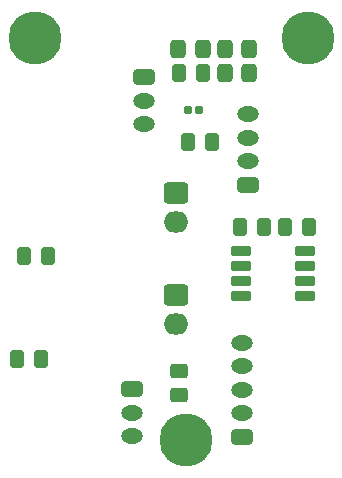
<source format=gbr>
%TF.GenerationSoftware,KiCad,Pcbnew,(6.0.10)*%
%TF.CreationDate,2023-09-05T22:22:05+02:00*%
%TF.ProjectId,incubator_breakout,696e6375-6261-4746-9f72-5f627265616b,rev?*%
%TF.SameCoordinates,Original*%
%TF.FileFunction,Soldermask,Top*%
%TF.FilePolarity,Negative*%
%FSLAX46Y46*%
G04 Gerber Fmt 4.6, Leading zero omitted, Abs format (unit mm)*
G04 Created by KiCad (PCBNEW (6.0.10)) date 2023-09-05 22:22:05*
%MOMM*%
%LPD*%
G01*
G04 APERTURE LIST*
G04 Aperture macros list*
%AMRoundRect*
0 Rectangle with rounded corners*
0 $1 Rounding radius*
0 $2 $3 $4 $5 $6 $7 $8 $9 X,Y pos of 4 corners*
0 Add a 4 corners polygon primitive as box body*
4,1,4,$2,$3,$4,$5,$6,$7,$8,$9,$2,$3,0*
0 Add four circle primitives for the rounded corners*
1,1,$1+$1,$2,$3*
1,1,$1+$1,$4,$5*
1,1,$1+$1,$6,$7*
1,1,$1+$1,$8,$9*
0 Add four rect primitives between the rounded corners*
20,1,$1+$1,$2,$3,$4,$5,0*
20,1,$1+$1,$4,$5,$6,$7,0*
20,1,$1+$1,$6,$7,$8,$9,0*
20,1,$1+$1,$8,$9,$2,$3,0*%
G04 Aperture macros list end*
%ADD10RoundRect,0.300000X-0.750000X0.600000X-0.750000X-0.600000X0.750000X-0.600000X0.750000X0.600000X0*%
%ADD11O,2.100000X1.800000*%
%ADD12RoundRect,0.300000X-0.625000X0.350000X-0.625000X-0.350000X0.625000X-0.350000X0.625000X0.350000X0*%
%ADD13O,1.850000X1.300000*%
%ADD14RoundRect,0.300000X0.625000X-0.350000X0.625000X0.350000X-0.625000X0.350000X-0.625000X-0.350000X0*%
%ADD15RoundRect,0.050000X-0.775000X0.350000X-0.775000X-0.350000X0.775000X-0.350000X0.775000X0.350000X0*%
%ADD16RoundRect,0.300000X-0.325000X-0.450000X0.325000X-0.450000X0.325000X0.450000X-0.325000X0.450000X0*%
%ADD17RoundRect,0.300000X0.325000X0.450000X-0.325000X0.450000X-0.325000X-0.450000X0.325000X-0.450000X0*%
%ADD18RoundRect,0.300000X0.450000X-0.325000X0.450000X0.325000X-0.450000X0.325000X-0.450000X-0.325000X0*%
%ADD19C,4.500000*%
%ADD20RoundRect,0.197500X0.147500X0.172500X-0.147500X0.172500X-0.147500X-0.172500X0.147500X-0.172500X0*%
%ADD21RoundRect,0.300000X0.337500X0.475000X-0.337500X0.475000X-0.337500X-0.475000X0.337500X-0.475000X0*%
%ADD22RoundRect,0.300000X-0.337500X-0.475000X0.337500X-0.475000X0.337500X0.475000X-0.337500X0.475000X0*%
G04 APERTURE END LIST*
D10*
%TO.C,J2*%
X160528000Y-124079000D03*
D11*
X160528000Y-126579000D03*
%TD*%
D12*
%TO.C,J1*%
X156845000Y-132080000D03*
D13*
X156845000Y-134080000D03*
X156845000Y-136080000D03*
%TD*%
D14*
%TO.C,J3*%
X166116000Y-136144000D03*
D13*
X166116000Y-134144000D03*
X166116000Y-132144000D03*
X166116000Y-130144000D03*
X166116000Y-128144000D03*
%TD*%
D14*
%TO.C,J4*%
X166624000Y-114808000D03*
D13*
X166624000Y-112808000D03*
X166624000Y-110808000D03*
X166624000Y-108808000D03*
%TD*%
D10*
%TO.C,J6*%
X160528000Y-115443000D03*
D11*
X160528000Y-117943000D03*
%TD*%
D12*
%TO.C,J5*%
X157861000Y-105664000D03*
D13*
X157861000Y-107664000D03*
X157861000Y-109664000D03*
%TD*%
D15*
%TO.C,Q1*%
X171508000Y-124206000D03*
X171508000Y-122936000D03*
X171508000Y-121666000D03*
X171508000Y-120396000D03*
X166058000Y-120396000D03*
X166058000Y-121666000D03*
X166058000Y-122936000D03*
X166058000Y-124206000D03*
%TD*%
D16*
%TO.C,R2*%
X165989000Y-118364000D03*
X168039000Y-118364000D03*
%TD*%
D17*
%TO.C,C1*%
X162823000Y-105283000D03*
X160773000Y-105283000D03*
%TD*%
D18*
%TO.C,C3*%
X160782000Y-132597000D03*
X160782000Y-130547000D03*
%TD*%
D16*
%TO.C,C6*%
X169790000Y-118364000D03*
X171840000Y-118364000D03*
%TD*%
D17*
%TO.C,C4*%
X163585000Y-111125000D03*
X161535000Y-111125000D03*
%TD*%
D19*
%TO.C,H1*%
X171704000Y-102362000D03*
%TD*%
%TO.C,H3*%
X148590000Y-102362000D03*
%TD*%
%TO.C,H2*%
X161417000Y-136398000D03*
%TD*%
D16*
%TO.C,C2*%
X147692000Y-120777000D03*
X149742000Y-120777000D03*
%TD*%
%TO.C,C5*%
X147057000Y-129540000D03*
X149107000Y-129540000D03*
%TD*%
D20*
%TO.C,R1*%
X162537000Y-108483400D03*
X161567000Y-108483400D03*
%TD*%
D21*
%TO.C,C11*%
X162835500Y-103251000D03*
X160760500Y-103251000D03*
%TD*%
D22*
%TO.C,C10*%
X164697500Y-105283000D03*
X166772500Y-105283000D03*
%TD*%
%TO.C,C12*%
X164697500Y-103251000D03*
X166772500Y-103251000D03*
%TD*%
M02*

</source>
